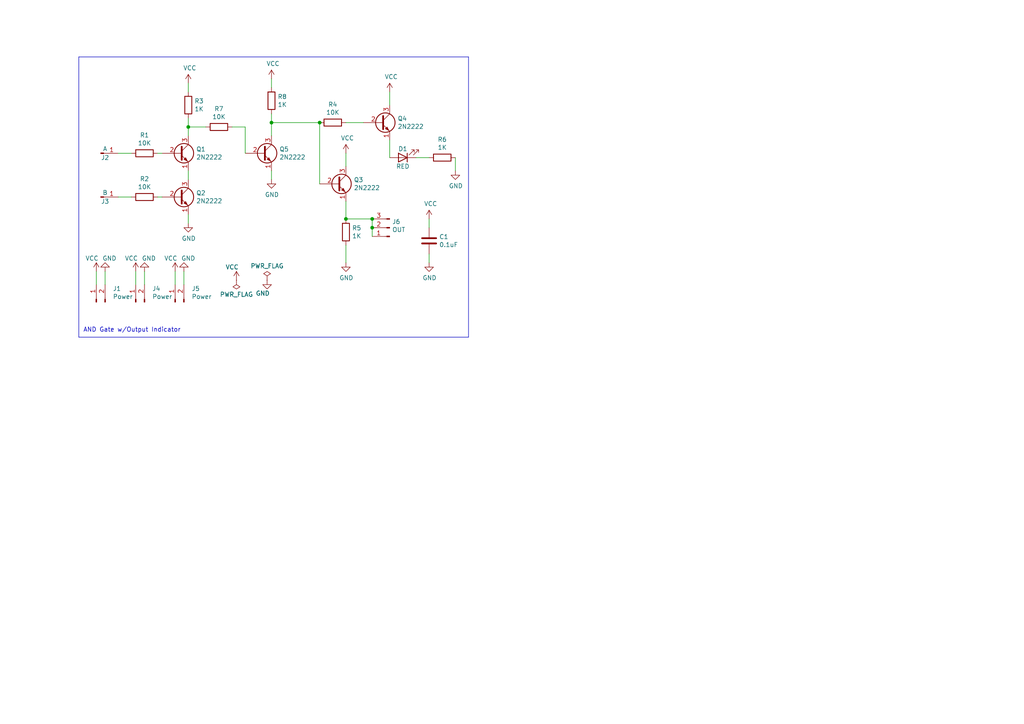
<source format=kicad_sch>
(kicad_sch (version 20230121) (generator eeschema)
  (paper "A4")
  (title_block (title "AND Gate") (date "2020-02-19") (rev "1"))
  (lib_symbols
    (symbol "2n2222:2N2222" (pin_names (offset 0) hide)
      (property "Reference" "Q" (at 5.08 1.905 0))
      (property "Value" "2N2222" (at 5.08 0 0))
      (symbol "2N2222_0_1"
        (polyline (pts (xy 0.635 0.635) (xy 2.54 2.54)))
        (polyline (pts (xy 0.635 -0.635) (xy 2.54 -2.54) (xy 2.54 -2.54)))
        (polyline (pts (xy 0.635 1.905) (xy 0.635 -1.905) (xy 0.635 -1.905)) (stroke (width 0.508)))
        (polyline (pts (xy 1.27 -1.778) (xy 1.778 -1.27) (xy 2.286 -2.286) (xy 1.27 -1.778) (xy 1.27 -1.778)) (fill (type outline)))
        (circle (center 1.27 0) (radius 2.8194) (stroke (width 0.254)))
      )
      (symbol "2N2222_1_1"
        (pin passive line (at 2.54 -5.08 90) (length 2.54) (name "E") (number "1"))
        (pin passive line (at -5.08 0 0) (length 5.715) (name "B") (number "2"))
        (pin passive line (at 2.54 5.08 270) (length 2.54) (name "C") (number "3"))
      )
    )
    (symbol "Connector:Conn_01x01_Pin" (pin_names (offset 1.016) hide)
      (property "Reference" "J" (at 0 2.54 0))
      (property "Value" "Conn_01x01_Pin" (at 0 -2.54 0))
      (symbol "Conn_01x01_Pin_1_1"
        (polyline (pts (xy 1.27 0) (xy 0.8636 0)) (stroke (width 0.1524)))
        (rectangle (start 0.8636 0.127) (end 0 -0.127) (stroke (width 0.1524)) (fill (type outline)))
        (pin passive line (at 5.08 0 180) (length 3.81) (name "Pin_1") (number "1"))
      )
    )
    (symbol "Connector:Conn_01x02_Pin" (pin_names (offset 1.016) hide)
      (property "Reference" "J" (at 0 2.54 0))
      (property "Value" "Conn_01x02_Pin" (at 0 -5.08 0))
      (symbol "Conn_01x02_Pin_1_1"
        (polyline (pts (xy 1.27 -2.54) (xy 0.8636 -2.54)) (stroke (width 0.1524)))
        (polyline (pts (xy 1.27 0) (xy 0.8636 0)) (stroke (width 0.1524)))
        (rectangle (start 0.8636 -2.413) (end 0 -2.667) (stroke (width 0.1524)) (fill (type outline)))
        (rectangle (start 0.8636 0.127) (end 0 -0.127) (stroke (width 0.1524)) (fill (type outline)))
        (pin passive line (at 5.08 0 180) (length 3.81) (name "Pin_1") (number "1"))
        (pin passive line (at 5.08 -2.54 180) (length 3.81) (name "Pin_2") (number "2"))
      )
    )
    (symbol "Connector:Conn_01x03_Pin" (pin_names (offset 1.016) hide)
      (property "Reference" "J" (at 0 5.08 0))
      (property "Value" "Conn_01x03_Pin" (at 0 -5.08 0))
      (symbol "Conn_01x03_Pin_1_1"
        (polyline (pts (xy 1.27 -2.54) (xy 0.8636 -2.54)) (stroke (width 0.1524)))
        (polyline (pts (xy 1.27 0) (xy 0.8636 0)) (stroke (width 0.1524)))
        (polyline (pts (xy 1.27 2.54) (xy 0.8636 2.54)) (stroke (width 0.1524)))
        (rectangle (start 0.8636 -2.413) (end 0 -2.667) (stroke (width 0.1524)) (fill (type outline)))
        (rectangle (start 0.8636 0.127) (end 0 -0.127) (stroke (width 0.1524)) (fill (type outline)))
        (rectangle (start 0.8636 2.667) (end 0 2.413) (stroke (width 0.1524)) (fill (type outline)))
        (pin passive line (at 5.08 2.54 180) (length 3.81) (name "Pin_1") (number "1"))
        (pin passive line (at 5.08 0 180) (length 3.81) (name "Pin_2") (number "2"))
        (pin passive line (at 5.08 -2.54 180) (length 3.81) (name "Pin_3") (number "3"))
      )
    )
    (symbol "Device:C" (pin_numbers hide) (pin_names (offset 0.254))
      (property "Reference" "C" (at 0.635 2.54 0))
      (property "Value" "C" (at 0.635 -2.54 0))
      (symbol "C_0_1"
        (polyline (pts (xy -2.032 -0.762) (xy 2.032 -0.762)) (stroke (width 0.508)))
        (polyline (pts (xy -2.032 0.762) (xy 2.032 0.762)) (stroke (width 0.508)))
      )
      (symbol "C_1_1"
        (pin passive line (at 0 3.81 270) (length 2.794) (name "~") (number "1"))
        (pin passive line (at 0 -3.81 90) (length 2.794) (name "~") (number "2"))
      )
    )
    (symbol "Device:LED" (pin_numbers hide) (pin_names (offset 1.016) hide)
      (property "Reference" "D" (at 0 2.54 0))
      (property "Value" "LED" (at 0 -2.54 0))
      (symbol "LED_0_1"
        (polyline (pts (xy -1.27 -1.27) (xy -1.27 1.27)) (stroke (width 0.254)))
        (polyline (pts (xy -1.27 0) (xy 1.27 0)))
        (polyline (pts (xy 1.27 -1.27) (xy 1.27 1.27) (xy -1.27 0) (xy 1.27 -1.27)) (stroke (width 0.254)))
        (polyline (pts (xy -3.048 -0.762) (xy -4.572 -2.286) (xy -3.81 -2.286) (xy -4.572 -2.286) (xy -4.572 -1.524)))
        (polyline (pts (xy -1.778 -0.762) (xy -3.302 -2.286) (xy -2.54 -2.286) (xy -3.302 -2.286) (xy -3.302 -1.524)))
      )
      (symbol "LED_1_1"
        (pin passive line (at -3.81 0 0) (length 2.54) (name "K") (number "1"))
        (pin passive line (at 3.81 0 180) (length 2.54) (name "A") (number "2"))
      )
    )
    (symbol "Device:R" (pin_numbers hide) (pin_names (offset 0))
      (property "Reference" "R" (at 2.032 0 90))
      (property "Value" "R" (at 0 0 90))
      (symbol "R_0_1"
        (rectangle (start -1.016 -2.54) (end 1.016 2.54) (stroke (width 0.254)))
      )
      (symbol "R_1_1"
        (pin passive line (at 0 3.81 270) (length 1.27) (name "~") (number "1"))
        (pin passive line (at 0 -3.81 90) (length 1.27) (name "~") (number "2"))
      )
    )
    (symbol "power:GND" (power) (pin_names (offset 0))
      (property "Value" "GND" (at 0 -3.81 0))
      (symbol "GND_0_1"
        (polyline (pts (xy 0 0) (xy 0 -1.27) (xy 1.27 -1.27) (xy 0 -2.54) (xy -1.27 -1.27) (xy 0 -1.27)))
      )
      (symbol "GND_1_1"
        (pin power_in line (at 0 0 270) (length 0) hide (name "GND") (number "1"))
      )
    )
    (symbol "power:PWR_FLAG" (power) (pin_numbers hide) (pin_names (offset 0) hide)
      (property "Value" "PWR_FLAG" (at 0 3.81 0))
      (symbol "PWR_FLAG_0_0"
        (pin power_out line (at 0 0 90) (length 0) (name "pwr") (number "1"))
      )
      (symbol "PWR_FLAG_0_1"
        (polyline (pts (xy 0 0) (xy 0 1.27) (xy -1.016 1.905) (xy 0 2.54) (xy 1.016 1.905) (xy 0 1.27)))
      )
    )
    (symbol "power:VCC" (power) (pin_names (offset 0))
      (property "Value" "VCC" (at 0 3.81 0))
      (symbol "VCC_0_1"
        (polyline (pts (xy -0.762 1.27) (xy 0 2.54)))
        (polyline (pts (xy 0 0) (xy 0 2.54)))
        (polyline (pts (xy 0 2.54) (xy 0.762 1.27)))
      )
      (symbol "VCC_1_1"
        (pin power_in line (at 0 0 90) (length 0) hide (name "VCC") (number "1"))
      )
    )
  )
  (junction (at 107.95 66.04))
  (junction (at 92.71 35.56))
  (junction (at 107.95 63.5))
  (junction (at 54.61 36.83))
  (junction (at 100.33 63.5))
  (junction (at 78.74 35.56))
  (wire (pts (xy 100.33 63.5) (xy 100.33 58.42)))
  (wire (pts (xy 100.33 35.56) (xy 105.41 35.56)))
  (wire (pts (xy 54.61 52.07) (xy 54.61 49.53)))
  (wire (pts (xy 30.48 82.55) (xy 30.48 78.74)))
  (polyline (pts (xy 22.86 16.51) (xy 135.89 16.51)))
  (wire (pts (xy 100.33 76.2) (xy 100.33 71.12)))
  (wire (pts (xy 120.65 45.72) (xy 124.46 45.72)))
  (wire (pts (xy 45.72 57.15) (xy 46.99 57.15)))
  (wire (pts (xy 34.29 44.45) (xy 38.1 44.45)))
  (wire (pts (xy 45.72 44.45) (xy 46.99 44.45)))
  (wire (pts (xy 78.74 33.02) (xy 78.74 35.56)))
  (wire (pts (xy 107.95 63.5) (xy 107.95 66.04)))
  (wire (pts (xy 78.74 35.56) (xy 78.74 39.37)))
  (wire (pts (xy 132.08 45.72) (xy 132.08 49.53)))
  (wire (pts (xy 54.61 36.83) (xy 54.61 39.37)))
  (wire (pts (xy 92.71 35.56) (xy 78.74 35.56)))
  (wire (pts (xy 54.61 34.29) (xy 54.61 36.83)))
  (wire (pts (xy 53.34 82.55) (xy 53.34 78.74)))
  (wire (pts (xy 124.46 63.5) (xy 124.46 66.04)))
  (wire (pts (xy 71.12 36.83) (xy 71.12 44.45)))
  (wire (pts (xy 78.74 25.4) (xy 78.74 22.86)))
  (wire (pts (xy 39.37 78.74) (xy 39.37 82.55)))
  (wire (pts (xy 100.33 63.5) (xy 107.95 63.5)))
  (wire (pts (xy 27.94 82.55) (xy 27.94 78.74)))
  (wire (pts (xy 54.61 36.83) (xy 59.69 36.83)))
  (wire (pts (xy 78.74 49.53) (xy 78.74 52.07)))
  (wire (pts (xy 38.1 57.15) (xy 34.29 57.15)))
  (wire (pts (xy 50.8 78.74) (xy 50.8 82.55)))
  (wire (pts (xy 41.91 82.55) (xy 41.91 78.74)))
  (wire (pts (xy 113.03 40.64) (xy 113.03 45.72)))
  (polyline (pts (xy 22.86 97.79) (xy 135.89 97.79)))
  (wire (pts (xy 67.31 36.83) (xy 71.12 36.83)))
  (wire (pts (xy 92.71 53.34) (xy 92.71 35.56)))
  (wire (pts (xy 54.61 64.77) (xy 54.61 62.23)))
  (polyline (pts (xy 22.86 16.51) (xy 22.86 97.79)))
  (polyline (pts (xy 135.89 16.51) (xy 135.89 97.79)))
  (wire (pts (xy 107.95 66.04) (xy 107.95 68.58)))
  (wire (pts (xy 54.61 24.13) (xy 54.61 26.67)))
  (wire (pts (xy 113.03 30.48) (xy 113.03 26.67)))
  (wire (pts (xy 100.33 48.26) (xy 100.33 44.45)))
  (wire (pts (xy 124.46 73.66) (xy 124.46 76.2)))
  (text "AND Gate w/Output Indicator" (at 24.13 96.52 0) (effects (font (size 1.27 1.27)) (justify left bottom)))
  (symbol (lib_id "Connector:Conn_01x01_Pin") (at 29.21 44.45 0) (unit 1)
    (property "Reference" "J2" (at 30.48 45.72 0))
    (property "Value" "A" (at 30.48 43.18 0))
    (property "Footprint" "Connector_PinHeader_2.54mm:PinHeader_1x01_P2.54mm_Vertical" (effects hide))
  )
  (symbol (lib_id "Connector:Conn_01x01_Pin") (at 29.21 57.15 0) (unit 1)
    (property "Reference" "J3" (at 30.48 58.42 0))
    (property "Value" "B" (at 30.48 55.88 0))
    (property "Footprint" "Connector_PinHeader_2.54mm:PinHeader_1x01_P2.54mm_Vertical" (effects hide))
  )
  (symbol (lib_id "Device:R") (at 41.91 44.45 270) (unit 1)
    (property "Reference" "R1" (at 41.91 39.1922 90))
    (property "Value" "10K" (at 41.91 41.5036 90))
    (property "Footprint" "Resistor_THT:R_Axial_DIN0309_L9.0mm_D3.2mm_P12.70mm_Horizontal" (effects hide))
  )
  (symbol (lib_id "Device:R") (at 41.91 57.15 270) (unit 1)
    (property "Reference" "R2" (at 41.91 51.8922 90))
    (property "Value" "10K" (at 41.91 54.2036 90))
    (property "Footprint" "Resistor_THT:R_Axial_DIN0309_L9.0mm_D3.2mm_P12.70mm_Horizontal" (effects hide))
  )
  (symbol (lib_id "2n2222:2N2222") (at 52.07 44.45 0) (unit 1)
    (property "Reference" "Q1" (at 56.896 43.2816 0) (effects (justify left)))
    (property "Value" "2N2222" (at 56.896 45.593 0) (effects (justify left)))
    (property "Footprint" "Package_TO_SOT_THT:TO-92_Inline" (effects hide))
    (property "Datasheet" "https://www.fairchildsemi.com/datasheets/2N/2N3904.pdf" (effects hide))
  )
  (symbol (lib_id "power:VCC") (at 124.46 63.5 0) (unit 1)
    (property "Reference" "#PWR01" (effects hide))
    (property "Value" "VCC" (at 124.8918 59.1058 0))
  )
  (symbol (lib_id "2n2222:2N2222") (at 52.07 57.15 0) (unit 1)
    (property "Reference" "Q2" (at 56.896 55.9816 0) (effects (justify left)))
    (property "Value" "2N2222" (at 56.896 58.293 0) (effects (justify left)))
    (property "Footprint" "Package_TO_SOT_THT:TO-92_Inline" (effects hide))
    (property "Datasheet" "https://www.fairchildsemi.com/datasheets/2N/2N3904.pdf" (effects hide))
  )
  (symbol (lib_id "power:GND") (at 54.61 64.77 0) (unit 1)
    (property "Reference" "#PWR0101" (effects hide))
    (property "Value" "GND" (at 54.737 69.1642 0))
  )
  (symbol (lib_id "power:VCC") (at 54.61 24.13 0) (unit 1)
    (property "Reference" "#PWR0102" (effects hide))
    (property "Value" "VCC" (at 55.0418 19.7358 0))
  )
  (symbol (lib_id "Device:C") (at 124.46 69.85 0) (unit 1)
    (property "Reference" "C1" (at 127.381 68.6816 0) (effects (justify left)))
    (property "Value" "0.1uF" (at 127.381 70.993 0) (effects (justify left)))
    (property "Footprint" "Capacitor_THT:C_Disc_D4.3mm_W1.9mm_P5.00mm" (effects hide))
  )
  (symbol (lib_id "power:GND") (at 124.46 76.2 0) (unit 1)
    (property "Reference" "#PWR02" (effects hide))
    (property "Value" "GND" (at 124.587 80.5942 0))
  )
  (symbol (lib_id "Device:R") (at 54.61 30.48 0) (unit 1)
    (property "Reference" "R3" (at 56.388 29.3116 0) (effects (justify left)))
    (property "Value" "1K" (at 56.388 31.623 0) (effects (justify left)))
    (property "Footprint" "Resistor_THT:R_Axial_DIN0309_L9.0mm_D3.2mm_P12.70mm_Horizontal" (effects hide))
  )
  (symbol (lib_id "Device:R") (at 96.52 35.56 270) (unit 1)
    (property "Reference" "R4" (at 96.52 30.3022 90))
    (property "Value" "10K" (at 96.52 32.6136 90))
    (property "Footprint" "Resistor_THT:R_Axial_DIN0309_L9.0mm_D3.2mm_P12.70mm_Horizontal" (effects hide))
  )
  (symbol (lib_id "2n2222:2N2222") (at 110.49 35.56 0) (unit 1)
    (property "Reference" "Q4" (at 115.316 34.3916 0) (effects (justify left)))
    (property "Value" "2N2222" (at 115.316 36.703 0) (effects (justify left)))
    (property "Footprint" "Package_TO_SOT_THT:TO-92_Inline" (effects hide))
    (property "Datasheet" "https://www.fairchildsemi.com/datasheets/2N/2N3904.pdf" (effects hide))
  )
  (symbol (lib_id "power:VCC") (at 113.03 26.67 0) (unit 1)
    (property "Reference" "#PWR0103" (effects hide))
    (property "Value" "VCC" (at 113.4618 22.2758 0))
  )
  (symbol (lib_id "Device:LED") (at 116.84 45.72 180) (unit 1)
    (property "Reference" "D1" (at 116.84 43.18 0))
    (property "Value" "RED" (at 116.84 48.26 0))
    (property "Footprint" "LED_THT:LED_D5.0mm" (effects hide))
  )
  (symbol (lib_id "Device:R") (at 128.27 45.72 270) (unit 1)
    (property "Reference" "R6" (at 128.27 40.4622 90))
    (property "Value" "1K" (at 128.27 42.7736 90))
    (property "Footprint" "Resistor_THT:R_Axial_DIN0309_L9.0mm_D3.2mm_P12.70mm_Horizontal" (effects hide))
  )
  (symbol (lib_id "power:GND") (at 132.08 49.53 0) (unit 1)
    (property "Reference" "#PWR0104" (effects hide))
    (property "Value" "GND" (at 132.207 53.9242 0))
  )
  (symbol (lib_id "2n2222:2N2222") (at 97.79 53.34 0) (unit 1)
    (property "Reference" "Q3" (at 102.616 52.1716 0) (effects (justify left)))
    (property "Value" "2N2222" (at 102.616 54.483 0) (effects (justify left)))
    (property "Footprint" "Package_TO_SOT_THT:TO-92_Inline" (effects hide))
    (property "Datasheet" "https://www.fairchildsemi.com/datasheets/2N/2N3904.pdf" (effects hide))
  )
  (symbol (lib_id "power:VCC") (at 100.33 44.45 0) (unit 1)
    (property "Reference" "#PWR0105" (effects hide))
    (property "Value" "VCC" (at 100.7618 40.0558 0))
  )
  (symbol (lib_id "Device:R") (at 100.33 67.31 0) (unit 1)
    (property "Reference" "R5" (at 102.108 66.1416 0) (effects (justify left)))
    (property "Value" "1K" (at 102.108 68.453 0) (effects (justify left)))
    (property "Footprint" "Resistor_THT:R_Axial_DIN0309_L9.0mm_D3.2mm_P12.70mm_Horizontal" (effects hide))
  )
  (symbol (lib_id "power:GND") (at 100.33 76.2 0) (unit 1)
    (property "Reference" "#PWR0106" (effects hide))
    (property "Value" "GND" (at 100.457 80.5942 0))
  )
  (symbol (lib_id "Connector:Conn_01x03_Pin") (at 113.03 66.04 180) (unit 1)
    (property "Reference" "J6" (at 113.7412 64.3128 0) (effects (justify right)))
    (property "Value" "OUT" (at 113.7412 66.6242 0) (effects (justify right)))
    (property "Footprint" "Connector_PinHeader_2.54mm:PinHeader_1x03_P2.54mm_Vertical" (effects hide))
  )
  (symbol (lib_id "Connector:Conn_01x02_Pin") (at 27.94 87.63 90) (unit 1)
    (property "Reference" "J1" (at 32.7152 83.7184 90) (effects (justify right)))
    (property "Value" "Power" (at 32.7152 86.0298 90) (effects (justify right)))
    (property "Footprint" "Connector_PinHeader_2.54mm:PinHeader_1x02_P2.54mm_Vertical" (effects hide))
  )
  (symbol (lib_id "Connector:Conn_01x02_Pin") (at 39.37 87.63 90) (unit 1)
    (property "Reference" "J4" (at 44.1452 83.7184 90) (effects (justify right)))
    (property "Value" "Power" (at 44.1452 86.0298 90) (effects (justify right)))
    (property "Footprint" "Connector_PinHeader_2.54mm:PinHeader_1x02_P2.54mm_Vertical" (effects hide))
  )
  (symbol (lib_id "Connector:Conn_01x02_Pin") (at 50.8 87.63 90) (unit 1)
    (property "Reference" "J5" (at 55.5752 83.7184 90) (effects (justify right)))
    (property "Value" "Power" (at 55.5752 86.0298 90) (effects (justify right)))
    (property "Footprint" "Connector_PinHeader_2.54mm:PinHeader_1x02_P2.54mm_Vertical" (effects hide))
  )
  (symbol (lib_id "power:GND") (at 30.48 78.74 180) (unit 1)
    (property "Reference" "#PWR0107" (effects hide))
    (property "Value" "GND" (at 31.75 74.93 0))
  )
  (symbol (lib_id "power:GND") (at 41.91 78.74 180) (unit 1)
    (property "Reference" "#PWR0108" (effects hide))
    (property "Value" "GND" (at 43.18 74.93 0))
  )
  (symbol (lib_id "power:GND") (at 53.34 78.74 180) (unit 1)
    (property "Reference" "#PWR0109" (effects hide))
    (property "Value" "GND" (at 54.61 74.93 0))
  )
  (symbol (lib_id "power:VCC") (at 50.8 78.74 0) (unit 1)
    (property "Reference" "#PWR0110" (effects hide))
    (property "Value" "VCC" (at 49.53 74.93 0))
  )
  (symbol (lib_id "power:VCC") (at 39.37 78.74 0) (unit 1)
    (property "Reference" "#PWR0111" (effects hide))
    (property "Value" "VCC" (at 38.1 74.93 0))
  )
  (symbol (lib_id "power:VCC") (at 27.94 78.74 0) (unit 1)
    (property "Reference" "#PWR0112" (effects hide))
    (property "Value" "VCC" (at 26.67 74.93 0))
  )
  (symbol (lib_id "2n2222:2N2222") (at 76.2 44.45 0) (unit 1)
    (property "Reference" "Q5" (at 81.026 43.2816 0) (effects (justify left)))
    (property "Value" "2N2222" (at 81.026 45.593 0) (effects (justify left)))
    (property "Footprint" "Package_TO_SOT_THT:TO-92_Inline" (effects hide))
    (property "Datasheet" "https://www.fairchildsemi.com/datasheets/2N/2N3904.pdf" (effects hide))
  )
  (symbol (lib_id "Device:R") (at 78.74 29.21 0) (unit 1)
    (property "Reference" "R8" (at 80.518 28.0416 0) (effects (justify left)))
    (property "Value" "1K" (at 80.518 30.353 0) (effects (justify left)))
    (property "Footprint" "Resistor_THT:R_Axial_DIN0309_L9.0mm_D3.2mm_P12.70mm_Horizontal" (effects hide))
  )
  (symbol (lib_id "power:VCC") (at 78.74 22.86 0) (unit 1)
    (property "Reference" "#PWR03" (effects hide))
    (property "Value" "VCC" (at 79.1718 18.4658 0))
  )
  (symbol (lib_id "power:GND") (at 78.74 52.07 0) (unit 1)
    (property "Reference" "#PWR04" (effects hide))
    (property "Value" "GND" (at 78.867 56.4642 0))
  )
  (symbol (lib_id "Device:R") (at 63.5 36.83 270) (unit 1)
    (property "Reference" "R7" (at 63.5 31.5722 90))
    (property "Value" "10K" (at 63.5 33.8836 90))
    (property "Footprint" "Resistor_THT:R_Axial_DIN0309_L9.0mm_D3.2mm_P12.70mm_Horizontal" (effects hide))
  )
  (symbol (lib_id "power:VCC") (at 68.58 81.28 0) (unit 1)
    (property "Reference" "#PWR05" (effects hide))
    (property "Value" "VCC" (at 67.31 77.47 0))
  )
  (symbol (lib_id "power:PWR_FLAG") (at 68.58 81.28 180) (unit 1)
    (property "Reference" "#FLG01" (effects hide))
    (property "Value" "PWR_FLAG" (at 68.58 85.4131 0))
  )
  (symbol (lib_id "power:PWR_FLAG") (at 77.47 81.28 0) (unit 1)
    (property "Reference" "#FLG02" (effects hide))
    (property "Value" "PWR_FLAG" (at 77.47 77.1469 0))
  )
  (symbol (lib_id "power:GND") (at 77.47 81.28 0) (unit 1)
    (property "Reference" "#PWR06" (effects hide))
    (property "Value" "GND" (at 76.2 85.09 0))
  )
)
</source>
